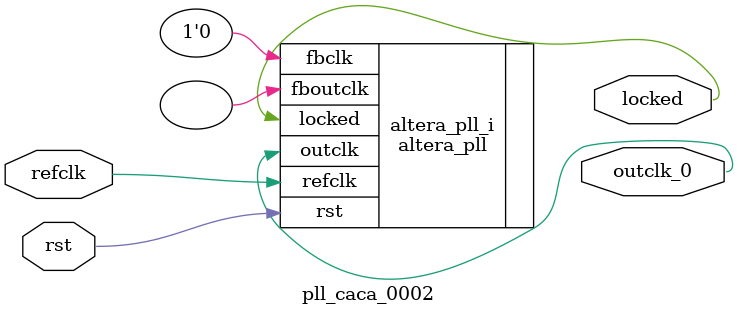
<source format=v>
`timescale 1ns/10ps
module  pll_caca_0002(

	// interface 'refclk'
	input wire refclk,

	// interface 'reset'
	input wire rst,

	// interface 'outclk0'
	output wire outclk_0,

	// interface 'locked'
	output wire locked
);

	altera_pll #(
		.fractional_vco_multiplier("false"),
		.reference_clock_frequency("50.0 MHz"),
		.operation_mode("direct"),
		.number_of_clocks(1),
		.output_clock_frequency0("100.000000 MHz"),
		.phase_shift0("0 ps"),
		.duty_cycle0(50),
		.output_clock_frequency1("0 MHz"),
		.phase_shift1("0 ps"),
		.duty_cycle1(50),
		.output_clock_frequency2("0 MHz"),
		.phase_shift2("0 ps"),
		.duty_cycle2(50),
		.output_clock_frequency3("0 MHz"),
		.phase_shift3("0 ps"),
		.duty_cycle3(50),
		.output_clock_frequency4("0 MHz"),
		.phase_shift4("0 ps"),
		.duty_cycle4(50),
		.output_clock_frequency5("0 MHz"),
		.phase_shift5("0 ps"),
		.duty_cycle5(50),
		.output_clock_frequency6("0 MHz"),
		.phase_shift6("0 ps"),
		.duty_cycle6(50),
		.output_clock_frequency7("0 MHz"),
		.phase_shift7("0 ps"),
		.duty_cycle7(50),
		.output_clock_frequency8("0 MHz"),
		.phase_shift8("0 ps"),
		.duty_cycle8(50),
		.output_clock_frequency9("0 MHz"),
		.phase_shift9("0 ps"),
		.duty_cycle9(50),
		.output_clock_frequency10("0 MHz"),
		.phase_shift10("0 ps"),
		.duty_cycle10(50),
		.output_clock_frequency11("0 MHz"),
		.phase_shift11("0 ps"),
		.duty_cycle11(50),
		.output_clock_frequency12("0 MHz"),
		.phase_shift12("0 ps"),
		.duty_cycle12(50),
		.output_clock_frequency13("0 MHz"),
		.phase_shift13("0 ps"),
		.duty_cycle13(50),
		.output_clock_frequency14("0 MHz"),
		.phase_shift14("0 ps"),
		.duty_cycle14(50),
		.output_clock_frequency15("0 MHz"),
		.phase_shift15("0 ps"),
		.duty_cycle15(50),
		.output_clock_frequency16("0 MHz"),
		.phase_shift16("0 ps"),
		.duty_cycle16(50),
		.output_clock_frequency17("0 MHz"),
		.phase_shift17("0 ps"),
		.duty_cycle17(50),
		.pll_type("General"),
		.pll_subtype("General")
	) altera_pll_i (
		.rst	(rst),
		.outclk	({outclk_0}),
		.locked	(locked),
		.fboutclk	( ),
		.fbclk	(1'b0),
		.refclk	(refclk)
	);
endmodule


</source>
